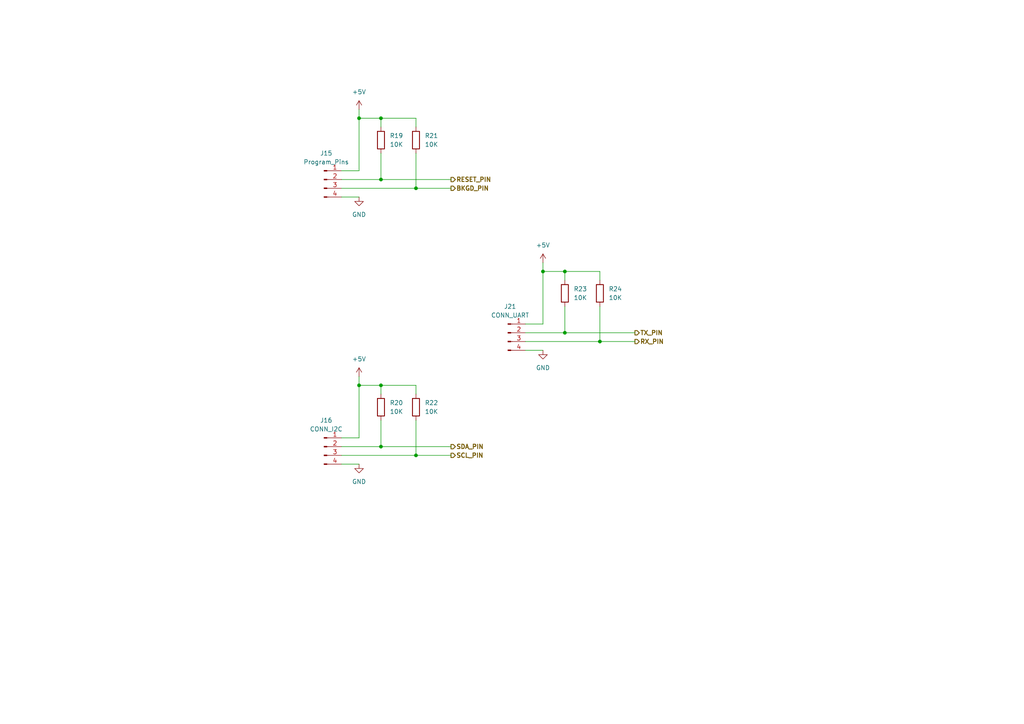
<source format=kicad_sch>
(kicad_sch (version 20211123) (generator eeschema)
  (paper "A4")
  (lib_symbols
    (symbol "Connector:Conn_01x04_Male" (pin_names (offset 1.016) hide)
      (property "Reference" "J" (at 0 5.08 0))
      (property "Value" "Conn_01x04_Male" (at 0 -7.62 0))
      (symbol "Conn_01x04_Male_1_1"
        (polyline (pts (xy 1.27 -5.08) (xy 0.8636 -5.08)) (stroke (width 0.1524)))
        (polyline (pts (xy 1.27 -2.54) (xy 0.8636 -2.54)) (stroke (width 0.1524)))
        (polyline (pts (xy 1.27 0) (xy 0.8636 0)) (stroke (width 0.1524)))
        (polyline (pts (xy 1.27 2.54) (xy 0.8636 2.54)) (stroke (width 0.1524)))
        (rectangle (start 0.8636 -4.953) (end 0 -5.207) (stroke (width 0.1524)) (fill (type outline)))
        (rectangle (start 0.8636 -2.413) (end 0 -2.667) (stroke (width 0.1524)) (fill (type outline)))
        (rectangle (start 0.8636 0.127) (end 0 -0.127) (stroke (width 0.1524)) (fill (type outline)))
        (rectangle (start 0.8636 2.667) (end 0 2.413) (stroke (width 0.1524)) (fill (type outline)))
        (pin passive line (at 5.08 2.54 180) (length 3.81) (name "Pin_1") (number "1"))
        (pin passive line (at 5.08 0 180) (length 3.81) (name "Pin_2") (number "2"))
        (pin passive line (at 5.08 -2.54 180) (length 3.81) (name "Pin_3") (number "3"))
        (pin passive line (at 5.08 -5.08 180) (length 3.81) (name "Pin_4") (number "4"))
      )
    )
    (symbol "Device:R" (pin_numbers hide) (pin_names (offset 0))
      (property "Reference" "R" (at 2.032 0 90))
      (property "Value" "R" (at 0 0 90))
      (symbol "R_0_1"
        (rectangle (start -1.016 -2.54) (end 1.016 2.54) (stroke (width 0.254)))
      )
      (symbol "R_1_1"
        (pin passive line (at 0 3.81 270) (length 1.27) (name "~") (number "1"))
        (pin passive line (at 0 -3.81 90) (length 1.27) (name "~") (number "2"))
      )
    )
    (symbol "power:+5V" (power) (pin_names (offset 0))
      (property "Value" "+5V" (at 0 3.556 0))
      (symbol "+5V_0_1"
        (polyline (pts (xy -0.762 1.27) (xy 0 2.54)))
        (polyline (pts (xy 0 0) (xy 0 2.54)))
        (polyline (pts (xy 0 2.54) (xy 0.762 1.27)))
      )
      (symbol "+5V_1_1"
        (pin power_in line (at 0 0 90) (length 0) hide (name "+5V") (number "1"))
      )
    )
    (symbol "power:GND" (power) (pin_names (offset 0))
      (property "Value" "GND" (at 0 -3.81 0))
      (symbol "GND_0_1"
        (polyline (pts (xy 0 0) (xy 0 -1.27) (xy 1.27 -1.27) (xy 0 -2.54) (xy -1.27 -1.27) (xy 0 -1.27)))
      )
      (symbol "GND_1_1"
        (pin power_in line (at 0 0 270) (length 0) hide (name "GND") (number "1"))
      )
    )
  )
  (junction (at 120.65 54.61))
  (junction (at 120.65 132.08))
  (junction (at 104.14 34.29))
  (junction (at 163.83 78.74))
  (junction (at 110.49 34.29))
  (junction (at 173.99 99.06))
  (junction (at 104.14 111.76))
  (junction (at 110.49 52.07))
  (junction (at 110.49 111.76))
  (junction (at 110.49 129.54))
  (junction (at 163.83 96.52))
  (junction (at 157.48 78.74))
  (wire (pts (xy 99.06 49.53) (xy 104.14 49.53)))
  (wire (pts (xy 157.48 76.2) (xy 157.48 78.74)))
  (wire (pts (xy 157.48 78.74) (xy 157.48 93.98)))
  (wire (pts (xy 104.14 57.15) (xy 99.06 57.15)))
  (wire (pts (xy 104.14 109.22) (xy 104.14 111.76)))
  (wire (pts (xy 173.99 78.74) (xy 163.83 78.74)))
  (wire (pts (xy 120.65 36.83) (xy 120.65 34.29)))
  (wire (pts (xy 104.14 134.62) (xy 99.06 134.62)))
  (wire (pts (xy 157.48 101.6) (xy 152.4 101.6)))
  (wire (pts (xy 99.06 127) (xy 104.14 127)))
  (wire (pts (xy 120.65 121.92) (xy 120.65 132.08)))
  (wire (pts (xy 163.83 88.9) (xy 163.83 96.52)))
  (wire (pts (xy 104.14 34.29) (xy 110.49 34.29)))
  (wire (pts (xy 99.06 132.08) (xy 120.65 132.08)))
  (wire (pts (xy 163.83 81.28) (xy 163.83 78.74)))
  (wire (pts (xy 110.49 44.45) (xy 110.49 52.07)))
  (wire (pts (xy 104.14 111.76) (xy 110.49 111.76)))
  (wire (pts (xy 104.14 111.76) (xy 104.14 127)))
  (wire (pts (xy 152.4 96.52) (xy 163.83 96.52)))
  (wire (pts (xy 120.65 54.61) (xy 130.81 54.61)))
  (wire (pts (xy 157.48 78.74) (xy 163.83 78.74)))
  (wire (pts (xy 120.65 111.76) (xy 110.49 111.76)))
  (wire (pts (xy 110.49 114.3) (xy 110.49 111.76)))
  (wire (pts (xy 152.4 99.06) (xy 173.99 99.06)))
  (wire (pts (xy 99.06 52.07) (xy 110.49 52.07)))
  (wire (pts (xy 120.65 114.3) (xy 120.65 111.76)))
  (wire (pts (xy 173.99 99.06) (xy 184.15 99.06)))
  (wire (pts (xy 120.65 132.08) (xy 130.81 132.08)))
  (wire (pts (xy 104.14 31.75) (xy 104.14 34.29)))
  (wire (pts (xy 120.65 44.45) (xy 120.65 54.61)))
  (wire (pts (xy 110.49 121.92) (xy 110.49 129.54)))
  (wire (pts (xy 110.49 52.07) (xy 130.81 52.07)))
  (wire (pts (xy 99.06 129.54) (xy 110.49 129.54)))
  (wire (pts (xy 152.4 93.98) (xy 157.48 93.98)))
  (wire (pts (xy 173.99 88.9) (xy 173.99 99.06)))
  (wire (pts (xy 104.14 34.29) (xy 104.14 49.53)))
  (wire (pts (xy 99.06 54.61) (xy 120.65 54.61)))
  (wire (pts (xy 173.99 81.28) (xy 173.99 78.74)))
  (wire (pts (xy 163.83 96.52) (xy 184.15 96.52)))
  (wire (pts (xy 110.49 36.83) (xy 110.49 34.29)))
  (wire (pts (xy 120.65 34.29) (xy 110.49 34.29)))
  (wire (pts (xy 110.49 129.54) (xy 130.81 129.54)))
  (hierarchical_label "RX_PIN" (shape output) (at 184.15 99.06 0) (effects (font bold)))
  (hierarchical_label "SDA_PIN" (shape output) (at 130.81 129.54 0) (effects (font bold)))
  (hierarchical_label "BKGD_PIN" (shape output) (at 130.81 54.61 0) (effects (font bold)))
  (hierarchical_label "SCL_PIN" (shape output) (at 130.81 132.08 0) (effects (font bold)))
  (hierarchical_label "TX_PIN" (shape output) (at 184.15 96.52 0) (effects (font bold)))
  (hierarchical_label "RESET_PIN" (shape output) (at 130.81 52.07 0) (effects (font bold)))
  (symbol (lib_id "power:GND") (at 104.14 134.62 0) (unit 1)
    (property "Reference" "#PWR0134" (effects hide))
    (property "Value" "GND" (at 104.14 139.7 0))
  )
  (symbol (lib_id "Device:R") (at 173.99 85.09 0) (unit 1)
    (property "Reference" "R24" (at 176.53 83.8199 0) (effects (justify left)))
    (property "Value" "10K" (at 176.53 86.3599 0) (effects (justify left)))
    (property "Footprint" "Resistor_SMD:R_0201_0603Metric" (effects hide))
  )
  (symbol (lib_id "Connector:Conn_01x04_Male") (at 93.98 129.54 0) (unit 1)
    (property "Reference" "J16" (at 94.615 121.92 0))
    (property "Value" "CONN_I2C" (at 94.615 124.46 0))
    (property "Footprint" "Connector_PinHeader_2.54mm:PinHeader_1x04_P2.54mm_Vertical" (effects hide))
  )
  (symbol (lib_id "Device:R") (at 110.49 118.11 0) (unit 1)
    (property "Reference" "R20" (at 113.03 116.8399 0) (effects (justify left)))
    (property "Value" "10K" (at 113.03 119.3799 0) (effects (justify left)))
    (property "Footprint" "Resistor_SMD:R_0201_0603Metric" (effects hide))
  )
  (symbol (lib_id "Device:R") (at 120.65 40.64 0) (unit 1)
    (property "Reference" "R21" (at 123.19 39.3699 0) (effects (justify left)))
    (property "Value" "10K" (at 123.19 41.9099 0) (effects (justify left)))
    (property "Footprint" "Resistor_SMD:R_0201_0603Metric" (effects hide))
  )
  (symbol (lib_id "power:+5V") (at 157.48 76.2 0) (unit 1)
    (property "Reference" "#PWR0137" (effects hide))
    (property "Value" "+5V" (at 157.48 71.12 0))
  )
  (symbol (lib_id "Device:R") (at 163.83 85.09 0) (unit 1)
    (property "Reference" "R23" (at 166.37 83.8199 0) (effects (justify left)))
    (property "Value" "10K" (at 166.37 86.3599 0) (effects (justify left)))
    (property "Footprint" "Resistor_SMD:R_0201_0603Metric" (effects hide))
  )
  (symbol (lib_id "power:GND") (at 157.48 101.6 0) (unit 1)
    (property "Reference" "#PWR0136" (effects hide))
    (property "Value" "GND" (at 157.48 106.68 0))
  )
  (symbol (lib_id "power:+5V") (at 104.14 109.22 0) (unit 1)
    (property "Reference" "#PWR0135" (effects hide))
    (property "Value" "+5V" (at 104.14 104.14 0))
  )
  (symbol (lib_id "power:+5V") (at 104.14 31.75 0) (unit 1)
    (property "Reference" "#PWR0132" (effects hide))
    (property "Value" "+5V" (at 104.14 26.67 0))
  )
  (symbol (lib_id "Connector:Conn_01x04_Male") (at 147.32 96.52 0) (unit 1)
    (property "Reference" "J21" (at 147.955 88.9 0))
    (property "Value" "CONN_UART" (at 147.955 91.44 0))
    (property "Footprint" "Connector_PinHeader_2.54mm:PinHeader_1x04_P2.54mm_Vertical" (effects hide))
  )
  (symbol (lib_id "Device:R") (at 110.49 40.64 0) (unit 1)
    (property "Reference" "R19" (at 113.03 39.3699 0) (effects (justify left)))
    (property "Value" "10K" (at 113.03 41.9099 0) (effects (justify left)))
    (property "Footprint" "Resistor_SMD:R_0201_0603Metric" (effects hide))
  )
  (symbol (lib_id "Device:R") (at 120.65 118.11 0) (unit 1)
    (property "Reference" "R22" (at 123.19 116.8399 0) (effects (justify left)))
    (property "Value" "10K" (at 123.19 119.3799 0) (effects (justify left)))
    (property "Footprint" "Resistor_SMD:R_0201_0603Metric" (effects hide))
  )
  (symbol (lib_id "power:GND") (at 104.14 57.15 0) (unit 1)
    (property "Reference" "#PWR0133" (effects hide))
    (property "Value" "GND" (at 104.14 62.23 0))
  )
  (symbol (lib_id "Connector:Conn_01x04_Male") (at 93.98 52.07 0) (unit 1)
    (property "Reference" "J15" (at 94.615 44.45 0))
    (property "Value" "Program_Pins" (at 94.615 46.99 0))
    (property "Footprint" "Connector_PinHeader_2.54mm:PinHeader_1x04_P2.54mm_Vertical" (effects hide))
  )
)
</source>
